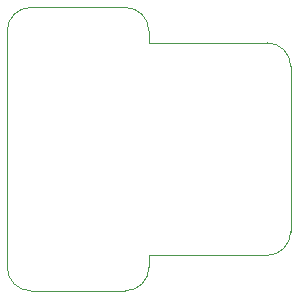
<source format=gko>
G04*
G04 #@! TF.GenerationSoftware,Altium Limited,Altium Designer,21.7.2 (23)*
G04*
G04 Layer_Color=16711935*
%FSLAX25Y25*%
%MOIN*%
G70*
G04*
G04 #@! TF.SameCoordinates,CD49883A-D9D7-4F0A-866F-15B73C44CB22*
G04*
G04*
G04 #@! TF.FilePolarity,Positive*
G04*
G01*
G75*
%ADD32C,0.00050*%
D32*
X336499Y353013D02*
G03*
X328625Y345139I0J-7874D01*
G01*
X375869D02*
G03*
X367995Y353013I-7874J0D01*
G01*
X423113Y333328D02*
G03*
X415239Y341202I-7874J0D01*
G01*
Y270336D02*
G03*
X423113Y278210I0J7874D01*
G01*
X367995Y258525D02*
G03*
X375869Y266399I0J7874D01*
G01*
X328625D02*
G03*
X336499Y258525I7874J0D01*
G01*
X375869Y270336D02*
X415239D01*
X328625Y266399D02*
Y345139D01*
X336499Y258525D02*
X367995D01*
X375869Y266399D02*
Y270336D01*
X423113Y278210D02*
Y333328D01*
X375869Y341202D02*
X415239D01*
X375869D02*
Y345139D01*
X336499Y353013D02*
X367995D01*
M02*

</source>
